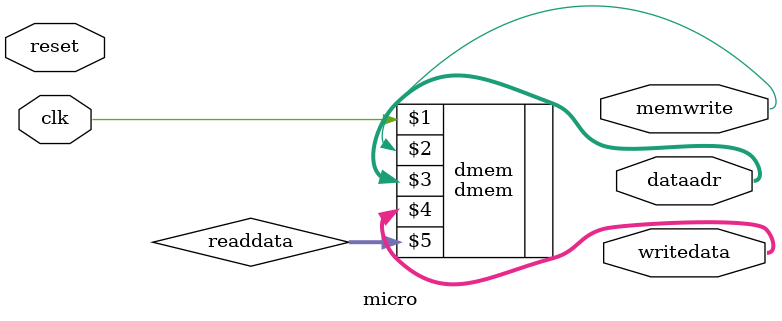
<source format=sv>
module micro (
  input   logic         clk,
  input   logic         reset,
  output  logic [31:0]  writedata,
  output  logic [31:0]  dataadr,
  output  logic         memwrite
);

  logic   [31:0]  pc, instr, readdata;

  // arm  arm(...)

  imem  imem(pc, instr);
  dmem  dmem(clk, memwrite, dataadr, writedata, readdata); 

endmodule

</source>
